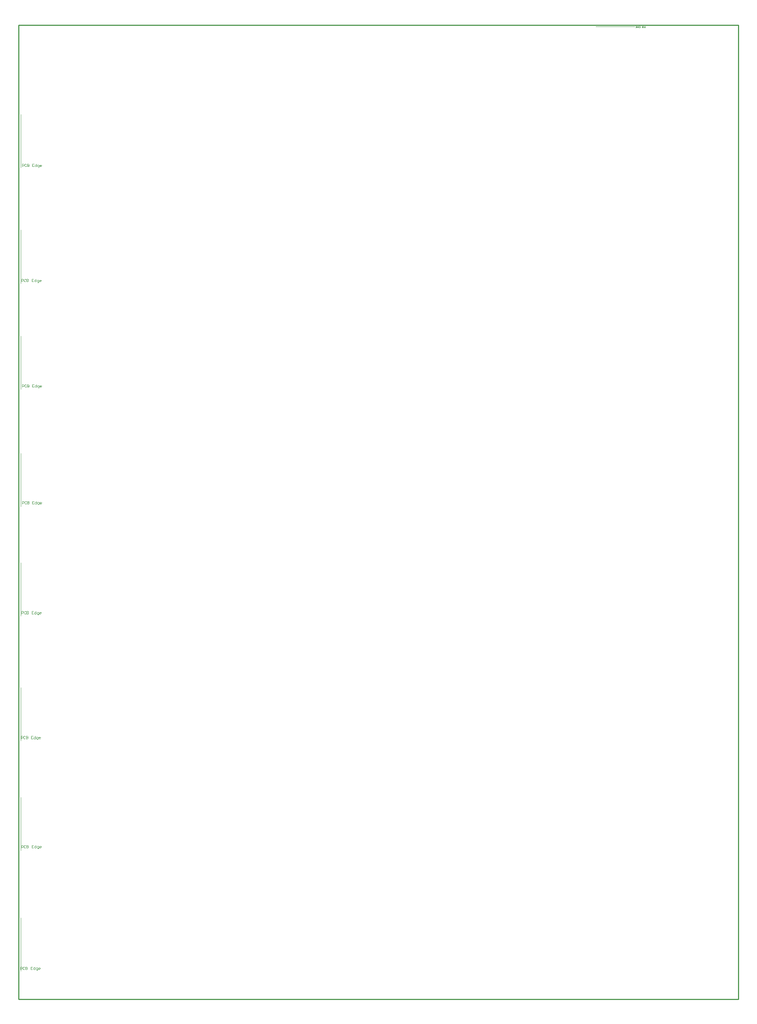
<source format=gm1>
G04*
G04 #@! TF.GenerationSoftware,Altium Limited,Altium Designer,25.3.3 (18)*
G04*
G04 Layer_Color=16711935*
%FSLAX44Y44*%
%MOMM*%
G71*
G04*
G04 #@! TF.SameCoordinates,B03FB70F-F8BE-43E9-B780-EF2A816BF6E4*
G04*
G04*
G04 #@! TF.FilePolarity,Positive*
G04*
G01*
G75*
%ADD13C,0.2540*%
%ADD72C,0.1000*%
D13*
X-1270Y0D02*
X1270D01*
X-1270Y2299368D02*
X-1270Y0D01*
X-1270Y2299368D02*
X1699928D01*
Y0D02*
Y2299368D01*
X1270Y0D02*
X1699928D01*
D72*
X1363070Y2295420D02*
X1454720D01*
X4000Y1689648D02*
Y1815648D01*
Y1962698D02*
Y2088698D01*
Y1439458D02*
Y1565458D01*
Y1162598D02*
Y1288598D01*
Y350560D02*
Y476560D01*
Y904280D02*
Y1030280D01*
Y609640D02*
Y735640D01*
Y66080D02*
Y192080D01*
X1479720Y2296420D02*
Y2293421D01*
X1478220D01*
X1477721Y2293921D01*
Y2294921D01*
X1478220Y2295420D01*
X1479720D01*
X1474722Y2293921D02*
X1475221Y2293421D01*
X1476221D01*
X1476721Y2293921D01*
Y2295920D01*
X1476221Y2296420D01*
X1475221D01*
X1474722Y2295920D01*
X1473722Y2293421D02*
Y2296420D01*
X1472222D01*
X1471723Y2295920D01*
Y2295420D01*
X1472222Y2294921D01*
X1473722D01*
X1472222D01*
X1471723Y2294421D01*
Y2293921D01*
X1472222Y2293421D01*
X1473722D01*
X1465724D02*
X1467724D01*
Y2296420D01*
X1465724D01*
X1467724Y2294921D02*
X1466724D01*
X1464725Y2293421D02*
Y2296420D01*
X1463225D01*
X1462725Y2295920D01*
Y2293921D01*
X1463225Y2293421D01*
X1464725D01*
X1459726Y2293921D02*
X1460226Y2293421D01*
X1461226D01*
X1461726Y2293921D01*
Y2295920D01*
X1461226Y2296420D01*
X1460226D01*
X1459726Y2295920D01*
Y2294921D01*
X1460726D01*
X1456727Y2293421D02*
X1458727D01*
Y2296420D01*
X1456727D01*
X1458727Y2294921D02*
X1457727D01*
X5900Y1693418D02*
Y1699416D01*
X8899D01*
X9899Y1698416D01*
Y1696417D01*
X8899Y1695417D01*
X5900D01*
X15897Y1698416D02*
X14897Y1699416D01*
X12898D01*
X11898Y1698416D01*
Y1694418D01*
X12898Y1693418D01*
X14897D01*
X15897Y1694418D01*
X17896Y1699416D02*
Y1693418D01*
X20895D01*
X21895Y1694418D01*
Y1695417D01*
X20895Y1696417D01*
X17896D01*
X20895D01*
X21895Y1697417D01*
Y1698416D01*
X20895Y1699416D01*
X17896D01*
X33891D02*
X29892D01*
Y1693418D01*
X33891D01*
X29892Y1696417D02*
X31892D01*
X39889Y1699416D02*
Y1693418D01*
X36890D01*
X35890Y1694418D01*
Y1696417D01*
X36890Y1697417D01*
X39889D01*
X43888Y1691419D02*
X44887D01*
X45887Y1692418D01*
Y1697417D01*
X42888D01*
X41888Y1696417D01*
Y1694418D01*
X42888Y1693418D01*
X45887D01*
X50885D02*
X48886D01*
X47886Y1694418D01*
Y1696417D01*
X48886Y1697417D01*
X50885D01*
X51885Y1696417D01*
Y1695417D01*
X47886D01*
X7170Y1965198D02*
Y1971196D01*
X10169D01*
X11169Y1970196D01*
Y1968197D01*
X10169Y1967197D01*
X7170D01*
X17167Y1970196D02*
X16167Y1971196D01*
X14168D01*
X13168Y1970196D01*
Y1966198D01*
X14168Y1965198D01*
X16167D01*
X17167Y1966198D01*
X19166Y1971196D02*
Y1965198D01*
X22165D01*
X23165Y1966198D01*
Y1967197D01*
X22165Y1968197D01*
X19166D01*
X22165D01*
X23165Y1969197D01*
Y1970196D01*
X22165Y1971196D01*
X19166D01*
X35161D02*
X31162D01*
Y1965198D01*
X35161D01*
X31162Y1968197D02*
X33162D01*
X41159Y1971196D02*
Y1965198D01*
X38160D01*
X37160Y1966198D01*
Y1968197D01*
X38160Y1969197D01*
X41159D01*
X45158Y1963199D02*
X46157D01*
X47157Y1964198D01*
Y1969197D01*
X44158D01*
X43158Y1968197D01*
Y1966198D01*
X44158Y1965198D01*
X47157D01*
X52155D02*
X50156D01*
X49156Y1966198D01*
Y1968197D01*
X50156Y1969197D01*
X52155D01*
X53155Y1968197D01*
Y1967197D01*
X49156D01*
X7170Y1444498D02*
Y1450496D01*
X10169D01*
X11169Y1449496D01*
Y1447497D01*
X10169Y1446497D01*
X7170D01*
X17167Y1449496D02*
X16167Y1450496D01*
X14168D01*
X13168Y1449496D01*
Y1445498D01*
X14168Y1444498D01*
X16167D01*
X17167Y1445498D01*
X19166Y1450496D02*
Y1444498D01*
X22165D01*
X23165Y1445498D01*
Y1446497D01*
X22165Y1447497D01*
X19166D01*
X22165D01*
X23165Y1448497D01*
Y1449496D01*
X22165Y1450496D01*
X19166D01*
X35161D02*
X31162D01*
Y1444498D01*
X35161D01*
X31162Y1447497D02*
X33162D01*
X41159Y1450496D02*
Y1444498D01*
X38160D01*
X37160Y1445498D01*
Y1447497D01*
X38160Y1448497D01*
X41159D01*
X45158Y1442499D02*
X46157D01*
X47157Y1443498D01*
Y1448497D01*
X44158D01*
X43158Y1447497D01*
Y1445498D01*
X44158Y1444498D01*
X47157D01*
X52155D02*
X50156D01*
X49156Y1445498D01*
Y1447497D01*
X50156Y1448497D01*
X52155D01*
X53155Y1447497D01*
Y1446497D01*
X49156D01*
X7170Y1168908D02*
Y1174906D01*
X10169D01*
X11169Y1173906D01*
Y1171907D01*
X10169Y1170907D01*
X7170D01*
X17167Y1173906D02*
X16167Y1174906D01*
X14168D01*
X13168Y1173906D01*
Y1169908D01*
X14168Y1168908D01*
X16167D01*
X17167Y1169908D01*
X19166Y1174906D02*
Y1168908D01*
X22165D01*
X23165Y1169908D01*
Y1170907D01*
X22165Y1171907D01*
X19166D01*
X22165D01*
X23165Y1172907D01*
Y1173906D01*
X22165Y1174906D01*
X19166D01*
X35161D02*
X31162D01*
Y1168908D01*
X35161D01*
X31162Y1171907D02*
X33162D01*
X41159Y1174906D02*
Y1168908D01*
X38160D01*
X37160Y1169908D01*
Y1171907D01*
X38160Y1172907D01*
X41159D01*
X45158Y1166909D02*
X46157D01*
X47157Y1167908D01*
Y1172907D01*
X44158D01*
X43158Y1171907D01*
Y1169908D01*
X44158Y1168908D01*
X47157D01*
X52155D02*
X50156D01*
X49156Y1169908D01*
Y1171907D01*
X50156Y1172907D01*
X52155D01*
X53155Y1171907D01*
Y1170907D01*
X49156D01*
X5900Y356870D02*
Y362868D01*
X8899D01*
X9899Y361868D01*
Y359869D01*
X8899Y358869D01*
X5900D01*
X15897Y361868D02*
X14897Y362868D01*
X12898D01*
X11898Y361868D01*
Y357870D01*
X12898Y356870D01*
X14897D01*
X15897Y357870D01*
X17896Y362868D02*
Y356870D01*
X20895D01*
X21895Y357870D01*
Y358869D01*
X20895Y359869D01*
X17896D01*
X20895D01*
X21895Y360869D01*
Y361868D01*
X20895Y362868D01*
X17896D01*
X33891D02*
X29892D01*
Y356870D01*
X33891D01*
X29892Y359869D02*
X31892D01*
X39889Y362868D02*
Y356870D01*
X36890D01*
X35890Y357870D01*
Y359869D01*
X36890Y360869D01*
X39889D01*
X43888Y354871D02*
X44887D01*
X45887Y355870D01*
Y360869D01*
X42888D01*
X41888Y359869D01*
Y357870D01*
X42888Y356870D01*
X45887D01*
X50885D02*
X48886D01*
X47886Y357870D01*
Y359869D01*
X48886Y360869D01*
X50885D01*
X51885Y359869D01*
Y358869D01*
X47886D01*
X5900Y909320D02*
Y915318D01*
X8899D01*
X9899Y914318D01*
Y912319D01*
X8899Y911319D01*
X5900D01*
X15897Y914318D02*
X14897Y915318D01*
X12898D01*
X11898Y914318D01*
Y910320D01*
X12898Y909320D01*
X14897D01*
X15897Y910320D01*
X17896Y915318D02*
Y909320D01*
X20895D01*
X21895Y910320D01*
Y911319D01*
X20895Y912319D01*
X17896D01*
X20895D01*
X21895Y913319D01*
Y914318D01*
X20895Y915318D01*
X17896D01*
X33891D02*
X29892D01*
Y909320D01*
X33891D01*
X29892Y912319D02*
X31892D01*
X39889Y915318D02*
Y909320D01*
X36890D01*
X35890Y910320D01*
Y912319D01*
X36890Y913319D01*
X39889D01*
X43888Y907321D02*
X44887D01*
X45887Y908320D01*
Y913319D01*
X42888D01*
X41888Y912319D01*
Y910320D01*
X42888Y909320D01*
X45887D01*
X50885D02*
X48886D01*
X47886Y910320D01*
Y912319D01*
X48886Y913319D01*
X50885D01*
X51885Y912319D01*
Y911319D01*
X47886D01*
X4630Y614680D02*
Y620678D01*
X7629D01*
X8629Y619678D01*
Y617679D01*
X7629Y616679D01*
X4630D01*
X14627Y619678D02*
X13627Y620678D01*
X11628D01*
X10628Y619678D01*
Y615680D01*
X11628Y614680D01*
X13627D01*
X14627Y615680D01*
X16626Y620678D02*
Y614680D01*
X19625D01*
X20625Y615680D01*
Y616679D01*
X19625Y617679D01*
X16626D01*
X19625D01*
X20625Y618679D01*
Y619678D01*
X19625Y620678D01*
X16626D01*
X32621D02*
X28622D01*
Y614680D01*
X32621D01*
X28622Y617679D02*
X30622D01*
X38619Y620678D02*
Y614680D01*
X35620D01*
X34620Y615680D01*
Y617679D01*
X35620Y618679D01*
X38619D01*
X42618Y612681D02*
X43617D01*
X44617Y613680D01*
Y618679D01*
X41618D01*
X40618Y617679D01*
Y615680D01*
X41618Y614680D01*
X44617D01*
X49615D02*
X47616D01*
X46616Y615680D01*
Y617679D01*
X47616Y618679D01*
X49615D01*
X50615Y617679D01*
Y616679D01*
X46616D01*
X3360Y69850D02*
Y75848D01*
X6359D01*
X7359Y74848D01*
Y72849D01*
X6359Y71849D01*
X3360D01*
X13357Y74848D02*
X12357Y75848D01*
X10358D01*
X9358Y74848D01*
Y70850D01*
X10358Y69850D01*
X12357D01*
X13357Y70850D01*
X15356Y75848D02*
Y69850D01*
X18355D01*
X19355Y70850D01*
Y71849D01*
X18355Y72849D01*
X15356D01*
X18355D01*
X19355Y73849D01*
Y74848D01*
X18355Y75848D01*
X15356D01*
X31351D02*
X27352D01*
Y69850D01*
X31351D01*
X27352Y72849D02*
X29352D01*
X37349Y75848D02*
Y69850D01*
X34350D01*
X33350Y70850D01*
Y72849D01*
X34350Y73849D01*
X37349D01*
X41348Y67851D02*
X42347D01*
X43347Y68850D01*
Y73849D01*
X40348D01*
X39348Y72849D01*
Y70850D01*
X40348Y69850D01*
X43347D01*
X48345D02*
X46346D01*
X45346Y70850D01*
Y72849D01*
X46346Y73849D01*
X48345D01*
X49345Y72849D01*
Y71849D01*
X45346D01*
M02*

</source>
